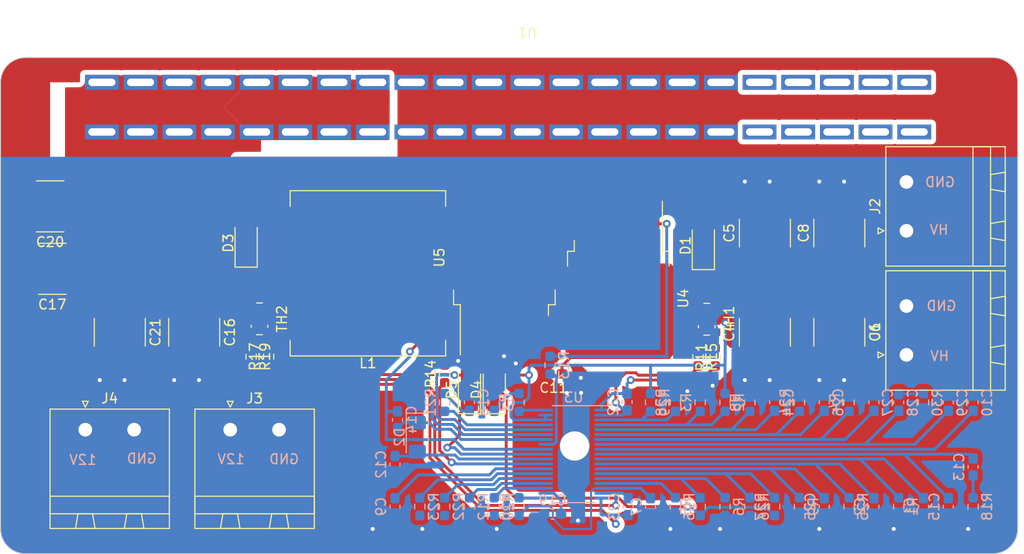
<source format=kicad_pcb>
(kicad_pcb (version 20221018) (generator pcbnew)
  (layers (0 "F.Cu" signal) (31 "B.Cu" signal) (34 "B.Paste" user) (35 "F.Paste" user) (36 "B.SilkS" user "B.Silkscreen") (37 "F.SilkS" user "F.Silkscreen") (38 "B.Mask" user) (39 "F.Mask" user) (44 "Edge.Cuts" user))
  (net 0 "")
  (net 1 "/boost/ISET1P")
  (net 2 "GND")
  (net 3 "/boost/ISET2P")
  (net 4 "Net-(C3-Pad1)")
  (net 5 "/boost/BOOST_OUTPUT")
  (net 6 "/boost/ISHARE")
  (net 7 "/boost/TMR")
  (net 8 "/boost/SS")
  (net 9 "/boost/POST_RSNS1")
  (net 10 "/boost/DRVCC")
  (net 11 "/boost/VC2")
  (net 12 "Net-(C13-Pad2)")
  (net 13 "/boost/BST")
  (net 14 "/boost/SW")
  (net 15 "Net-(C18-Pad1)")
  (net 16 "/boost/INTVCC")
  (net 17 "/boost/PRE_RSNS2")
  (net 18 "/boost/FB1")
  (net 19 "/boost/ISET2N")
  (net 20 "/boost/UV2")
  (net 21 "/boost/DG1")
  (net 22 "/boost/IMON1")
  (net 23 "/boost/IMON2")
  (net 24 "/boost/IGND")
  (net 25 "/boost/SNS1P")
  (net 26 "Net-(R11-Pad2)")
  (net 27 "/boost/SYNC")
  (net 28 "/boost/TG")
  (net 29 "Net-(R13-Pad2)")
  (net 30 "/boost/BG")
  (net 31 "Net-(R14-Pad2)")
  (net 32 "Net-(R15-Pad1)")
  (net 33 "/boost/SNS1N")
  (net 34 "/boost/RT")
  (net 35 "/boost/SNS2P")
  (net 36 "/boost/SNS2N")
  (net 38 "/boost/DRXN")
  (net 39 "/boost/DG2")
  (net 41 "/boost/~FAULT")
  (net 43 "/boost/~REPORT")
  (net 44 "/boost/ISET1N")
  (net 45 "/boost/FB2")
  (net 46 "/boost/UV1")
  (net 47 "/boost/VC1")
  (net 48 "/boost/BIAS")
  (net 49 "/boost/ENABLE")
  (net 50 "Net-(C28-Pad2)")
  (net 51 "Net-(R17-Pad2)")
  (net 52 "Net-(R19-Pad1)")
  (net 54 "/HP_COM_33_ENABLE")
  (net 56 "/HP_COM_36_PRESENT")
  (net 58 "+12P")
  (footprint "Capacitor_SMD:C_2220_5650Metric_Pad1.97x5.40mm_HandSolder" (layer "F.Cu") (at 101.111 23.047 90)
    (fp_text reference "C8")
    (fp_text value "C")
  )
  (footprint "Package_TO_SOT_SMD:TO-263-6" (layer "F.Cu") (at 78.486 29.742 -90)
    (fp_text reference "U4")
    (fp_text value "~")
  )
  (footprint "Resistor_SMD:R_0603_1608Metric_Pad0.98x0.95mm_HandSolder" (layer "F.Cu") (at 88.411 35.747 90)
    (fp_text reference "R11")
    (fp_text value "R")
  )
  (footprint "Resistor_SMD:R_Shunt_Vishay_WSKW0612" (layer "F.Cu") (at 41.751329 31.830911 -90)
    (fp_text reference "TH2")
    (fp_text value "Thermistor_PTC_4Wire")
  )
  (footprint "Package_TO_SOT_SMD:TO-263-6" (layer "F.Cu") (at 66.821 25.557 90)
    (fp_text reference "U5")
    (fp_text value "~")
  )
  (footprint "Resistor_SMD:R_0603_1608Metric_Pad0.98x0.95mm_HandSolder" (layer "F.Cu") (at 86.641 35.747 -90)
    (fp_text reference "R15")
    (fp_text value "R")
  )
  (footprint "Resistor_SMD:R_Shunt_Vishay_WSKW0612" (layer "F.Cu") (at 87.534 31.873 -90)
    (fp_text reference "TH1")
    (fp_text value "Thermistor_PTC_4Wire")
  )
  (footprint "Diode_SMD:D_1206_3216Metric_Pad1.42x1.75mm_HandSolder" (layer "F.Cu") (at 87.189367 24.332815 90)
    (fp_text reference "D1")
    (fp_text value "D_TVS")
  )
  (footprint "Capacitor_SMD:C_2220_5650Metric_Pad1.97x5.40mm_HandSolder" (layer "F.Cu") (at 93.491 23.047 90)
    (fp_text reference "C5")
    (fp_text value "C")
  )
  (footprint "Resistor_SMD:R_0603_1608Metric_Pad0.98x0.95mm_HandSolder" (layer "F.Cu") (at 60.706 37.465 90)
    (fp_text reference "R14")
    (fp_text value "R")
  )
  (footprint "Diode_SMD:D_1206_3216Metric_Pad1.42x1.75mm_HandSolder" (layer "F.Cu") (at 65.786 39.0795 90)
    (fp_text reference "D4")
    (fp_text value "D_Schottky")
  )
  (footprint "Capacitor_SMD:C_0603_1608Metric_Pad1.08x0.95mm_HandSolder" (layer "F.Cu") (at 71.8555 37.465 180)
    (fp_text reference "C11")
    (fp_text value "C")
  )
  (footprint "Capacitor_SMD:C_2220_5650Metric_Pad1.97x5.40mm_HandSolder" (layer "F.Cu") (at 20.32 20.32 180)
    (fp_text reference "C20")
    (fp_text value "C")
  )
  (footprint "AudioJacks:50-44A-30" (layer "F.Cu") (at 108.78 2.54 180)
    (fp_text reference "U1")
    (fp_text value "~")
  )
  (footprint "Diode_SMD:D_1206_3216Metric_Pad1.42x1.75mm_HandSolder" (layer "F.Cu") (at 63.246 39.0795 90)
    (fp_text reference "D5")
    (fp_text value "D_Schottky")
  )
  (footprint "Inductor_SMD:L_Coilcraft_XAL1580-102" (layer "F.Cu") (at 52.851 27.172 180)
    (fp_text reference "L1")
    (fp_text value "L")
  )
  (footprint "Connector_Phoenix_MSTB:PhoenixContact_MSTBA_2,5_2-G_1x02_P5.00mm_Horizontal" (layer "F.Cu") (at 107.9825 22.82 90)
    (fp_text reference "J2")
    (fp_text value "Conn_01x02_Socket")
  )
  (footprint "Connector_Phoenix_MSTB:PhoenixContact_MSTBA_2,5_2-G_1x02_P5.00mm_Horizontal" (layer "F.Cu") (at 107.9825 35.52 90)
    (fp_text reference "J1")
    (fp_text value "Conn_01x02_Socket")
  )
  (footprint "Capacitor_SMD:C_2220_5650Metric_Pad1.97x5.40mm_HandSolder" (layer "F.Cu") (at 27.451 33.207 -90)
    (fp_text reference "C21")
    (fp_text value "C")
  )
  (footprint "Capacitor_SMD:C_2220_5650Metric_Pad1.97x5.40mm_HandSolder" (layer "F.Cu") (at 93.491 33.207 90)
    (fp_text reference "C4")
    (fp_text value "C")
  )
  (footprint "Capacitor_SMD:C_2220_5650Metric_Pad1.97x5.40mm_HandSolder" (layer "F.Cu") (at 20.536814 26.710166 180)
    (fp_text reference "C17")
    (fp_text value "C")
  )
  (footprint "Resistor_SMD:R_0603_1608Metric_Pad0.98x0.95mm_HandSolder" (layer "F.Cu") (at 42.691 35.7045 90)
    (fp_text reference "R17")
    (fp_text value "R")
  )
  (footprint "Connector_Phoenix_MSTB:PhoenixContact_MSTBA_2,5_2-G_1x02_P5.00mm_Horizontal" (layer "F.Cu") (at 23.920869 43.18)
    (fp_text reference "J4")
    (fp_text value "Conn_01x02_Socket")
  )
  (footprint "Capacitor_SMD:C_2220_5650Metric_Pad1.97x5.40mm_HandSolder" (layer "F.Cu") (at 35.071 33.207 -90)
    (fp_text reference "C16")
    (fp_text value "C")
  )
  (footprint "Resistor_SMD:R_0603_1608Metric_Pad0.98x0.95mm_HandSolder" (layer "F.Cu") (at 40.899023 35.7045 -90)
    (fp_text reference "R19")
    (fp_text value "R")
  )
  (footprint "Diode_SMD:D_1206_3216Metric_Pad1.42x1.75mm_HandSolder" (layer "F.Cu") (at 40.386 24.078021 90)
    (fp_text reference "D3")
    (fp_text value "D_TVS")
  )
  (footprint "Connector_Phoenix_MSTB:PhoenixContact_MSTBA_2,5_2-G_1x02_P5.00mm_Horizontal" (layer "F.Cu") (at 38.755899 43.18)
    (fp_text reference "J3")
    (fp_text value "Conn_01x02_Socket")
  )
  (footprint "Capacitor_SMD:C_2220_5650Metric_Pad1.97x5.40mm_HandSolder" (layer "F.Cu") (at 101.111 33.207 -90)
    (fp_text reference "C6")
    (fp_text value "C")
  )
  (footprint "Diode_SMD:D_1206_3216Metric_Pad1.42x1.75mm_HandSolder" (layer "B.Cu") (at 57.912 43.942 -90)
    (fp_text reference "D2")
    (fp_text value "D")
  )
  (footprint "Resistor_SMD:R_0603_1608Metric_Pad0.98x0.95mm_HandSolder" (layer "B.Cu") (at 97.028 40.386 -90)
    (fp_text reference "R24")
    (fp_text value "R")
  )
  (footprint "Capacitor_SMD:C_0603_1608Metric_Pad1.08x0.95mm_HandSolder" (layer "B.Cu") (at 55.626 51.054 -90)
    (fp_text reference "C9")
    (fp_text value "C")
  )
  (footprint "Capacitor_SMD:C_0603_1608Metric_Pad1.08x0.95mm_HandSolder" (layer "B.Cu") (at 94.488 40.386 90)
    (fp_text reference "C24")
    (fp_text value "C")
  )
  (footprint "Capacitor_SMD:C_0603_1608Metric_Pad1.08x0.95mm_HandSolder" (layer "B.Cu") (at 104.648 51.054 -90)
    (fp_text reference "C2")
    (fp_text value "C")
  )
  (footprint "Capacitor_SMD:C_0603_1608Metric_Pad1.08x0.95mm_HandSolder" (layer "B.Cu") (at 79.502 51.054 -90)
    (fp_text reference "C23")
    (fp_text value "C")
  )
  (footprint "Capacitor_SMD:C_0603_1608Metric_Pad1.08x0.95mm_HandSolder" (layer "B.Cu") (at 99.568 51.054 -90)
    (fp_text reference "C25")
    (fp_text value "C")
  )
  (footprint "Capacitor_SMD:C_0603_1608Metric_Pad1.08x0.95mm_HandSolder" (layer "B.Cu") (at 112.268 51.054 -90)
    (fp_text reference "C15")
    (fp_text value "C")
  )
  (footprint "Resistor_SMD:R_0603_1608Metric_Pad0.98x0.95mm_HandSolder" (layer "B.Cu") (at 65.786 51.054 90)
    (fp_text reference "R20")
    (fp_text value "R")
  )
  (footprint "Resistor_SMD:R_0603_1608Metric_Pad0.98x0.95mm_HandSolder" (layer "B.Cu") (at 60.706 40.386 -90)
    (fp_text reference "R21")
    (fp_text value "R")
  )
  (footprint "Resistor_SMD:R_0603_1608Metric_Pad0.98x0.95mm_HandSolder" (layer "B.Cu") (at 81.788 40.386 90)
    (fp_text reference "R29")
    (fp_text value "R")
  )
  (footprint "Capacitor_SMD:C_0603_1608Metric_Pad1.08x0.95mm_HandSolder" (layer "B.Cu") (at 99.568 40.386 90)
    (fp_text reference "C26")
    (fp_text value "C")
  )
  (footprint "Capacitor_SMD:C_0603_1608Metric_Pad1.08x0.95mm_HandSolder" (layer "B.Cu") (at 65.786 40.386 90)
    (fp_text reference "C3")
    (fp_text value "1n")
  )
  (footprint "Resistor_SMD:R_0603_1608Metric_Pad0.98x0.95mm_HandSolder" (layer "B.Cu") (at 102.108 51.054 90)
    (fp_text reference "R25")
    (fp_text value "R")
  )
  (footprint "Capacitor_SMD:C_0603_1608Metric_Pad1.08x0.95mm_HandSolder" (layer "B.Cu") (at 71.755 51.816 180)
    (fp_text reference "C19")
    (fp_text value "C")
  )
  (footprint "Capacitor_SMD:C_0603_1608Metric_Pad1.08x0.95mm_HandSolder" (layer "B.Cu") (at 107.188 40.386 90)
    (fp_text reference "C28")
    (fp_text value "C")
  )
  (footprint "Resistor_SMD:R_0603_1608Metric_Pad0.98x0.95mm_HandSolder" (layer "B.Cu") (at 97.028 51.054 90)
    (fp_text reference "R9")
    (fp_text value "R")
  )
  (footprint "Resistor_SMD:R_0603_1608Metric_Pad0.98x0.95mm_HandSolder" (layer "B.Cu") (at 109.728 40.386 90)
    (fp_text reference "R30")
    (fp_text value "R")
  )
  (footprint "Resistor_SMD:R_0603_1608Metric_Pad0.98x0.95mm_HandSolder" (layer "B.Cu") (at 91.948 40.386 -90)
    (fp_text reference "R8")
    (fp_text value "R")
  )
  (footprint "Capacitor_SMD:C_0603_1608Metric_Pad1.08x0.95mm_HandSolder" (layer "B.Cu") (at 109.728 51.054 -90)
    (fp_text reference "C1")
    (fp_text value "C")
  )
  (footprint "Resistor_SMD:R_0603_1608Metric_Pad0.98x0.95mm_HandSolder" (layer "B.Cu") (at 84.328 51.054 90)
    (fp_text reference "R16")
    (fp_text value "R")
  )
  (footprint "Resistor_SMD:R_0603_1608Metric_Pad0.98x0.95mm_HandSolder" (layer "B.Cu") (at 89.408 51.054 90)
    (fp_text reference "R6")
    (fp_text value "R")
  )
  (footprint "Resistor_SMD:R_0603_1608Metric_Pad0.98x0.95mm_HandSolder" (layer "B.Cu") (at 114.808 51.054 90)
    (fp_text reference "R18")
    (fp_text value "R")
  )
  (footprint "Capacitor_SMD:C_0603_1608Metric_Pad1.08x0.95mm_HandSolder" (layer "B.Cu") (at 114.808 40.386 90)
    (fp_text reference "C10")
    (fp_text value "C")
  )
  (footprint "Package_SO:TSSOP-38_4.4x9.7mm_P0.5mm" (layer "B.Cu") (at 73.914 45.68 180)
    (fp_text reference "U3")
    (fp_text value "~")
  )
  (footprint "Resistor_SMD:R_0603_1608Metric_Pad0.98x0.95mm_HandSolder" (layer "B.Cu") (at 91.948 51.054 90)
    (fp_text reference "R26")
    (fp_text value "R")
  )
  (footprint "Resistor_SMD:R_0603_1608Metric_Pad0.98x0.95mm_HandSolder" (layer "B.Cu") (at 107.188 51.054 90)
    (fp_text reference "R1")
    (fp_text value "R")
  )
  (footprint "Resistor_SMD:R_0603_1608Metric_Pad0.98x0.95mm_HandSolder" (layer "B.Cu") (at 86.868 51.054 -90)
    (fp_text reference "R5")
    (fp_text value "R")
  )
  (footprint "Resistor_SMD:R_0603_1608Metric_Pad0.98x0.95mm_HandSolder" (layer "B.Cu") (at 68.326 51.054 -90)
    (fp_text reference "R10")
    (fp_text value "R")
  )
  (footprint "Capacitor_SMD:C_0603_1608Metric_Pad1.08x0.95mm_HandSolder" (layer "B.Cu") (at 112.268 40.386 90)
    (fp_text reference "C29")
    (fp_text value "C")
  )
  (footprint "Capacitor_SMD:C_0603_1608Metric_Pad1.08x0.95mm_HandSolder" (layer "B.Cu") (at 55.626 46.736 -90)
    (fp_text reference "C12")
    (fp_text value "C")
  )
  (footprint "Resistor_SMD:R_0603_1608Metric_Pad0.98x0.95mm_HandSolder" (layer "B.Cu") (at 84.328 40.386 -90)
    (fp_text reference "R28")
    (fp_text value "R")
  )
  (footprint "Capacitor_SMD:C_0603_1608Metric_Pad1.08x0.95mm_HandSolder" (layer "B.Cu") (at 81.788 51.054 -90)
    (fp_text reference "C7")
    (fp_text value "C")
  )
  (footprint "Resistor_SMD:R_0603_1608Metric_Pad0.98x0.95mm_HandSolder" (layer "B.Cu") (at 102.108 40.386 -90)
    (fp_text reference "R4")
    (fp_text value "R")
  )
  (footprint "Capacitor_SMD:C_0603_1608Metric_Pad1.08x0.95mm_HandSolder" (layer "B.Cu") (at 104.648 40.386 90)
    (fp_text reference "C27")
    (fp_text value "C")
  )
  (footprint "Resistor_SMD:R_0603_1608Metric_Pad0.98x0.95mm_HandSolder" (layer "B.Cu") (at 68.326 40.386 -90)
    (fp_text reference "R7")
    (fp_text value "10k")
  )
  (footprint "Capacitor_SMD:C_0603_1608Metric_Pad1.08x0.95mm_HandSolder" (layer "B.Cu") (at 79.383207 40.342543 -90)
    (fp_text reference "C22")
    (fp_text value "C")
  )
  (footprint "Resistor_SMD:R_0603_1608Metric_Pad0.98x0.95mm_HandSolder" (layer "B.Cu") (at 60.706 51.054 90)
    (fp_text reference "R22")
    (fp_text value "R")
  )
  (footprint "Resistor_SMD:R_0603_1608Metric_Pad0.98x0.95mm_HandSolder" (layer "B.Cu") (at 94.488 51.054 -90)
    (fp_text reference "R27")
    (fp_text value "R")
  )
  (footprint "Resistor_SMD:R_0603_1608Metric_Pad0.98x0.95mm_HandSolder" (layer "B.Cu") (at 58.166 51.054 90)
    (fp_text reference "R23")
    (fp_text value "R")
  )
  (footprint "Resistor_SMD:R_0603_1608Metric_Pad0.98x0.95mm_HandSolder" (layer "B.Cu") (at 71.501 36.576 90)
    (fp_text reference "R13")
    (fp_text value "R")
  )
  (footprint "Capacitor_SMD:C_0603_1608Metric_Pad1.08x0.95mm_HandSolder" (layer "B.Cu") (at 114.808 46.99 -90)
    (fp_text reference "C13")
    (fp_text value "C")
  )
  (footprint "Capacitor_SMD:C_0603_1608Metric_Pad1.08x0.95mm_HandSolder" (layer "B.Cu") (at 63.246 40.386 90)
    (fp_text reference "C18")
    (fp_text value "C")
  )
  (footprint "Resistor_SMD:R_0603_1608Metric_Pad0.98x0.95mm_HandSolder" (layer "B.Cu") (at 63.246 51.054 90)
    (fp_text reference "R12")
    (fp_text value "R")
  )
  (footprint "Capacitor_SMD:C_0603_1608Metric_Pad1.08x0.95mm_HandSolder" (layer "B.Cu") (at 55.88 42.164 90)
    (fp_text reference "C14")
    (fp_text value "C")
  )
  (footprint "Resistor_SMD:R_0603_1608Metric_Pad0.98x0.95mm_HandSolder" (layer "B.Cu") (at 86.868 40.386 -90)
    (fp_text reference "R3")
    (fp_text value "R")
  )
  (footprint "Resistor_SMD:R_0603_1608Metric_Pad0.98x0.95mm_HandSolder" (layer "B.Cu") (at 89.408 40.386 90)
    (fp_text reference "R2")
    (fp_text value "R")
  )
  (gr_line (start 15.24 53.34) (end 15.24 7.62) (stroke (width 0.1)) (layer "Edge.Cuts"))
  (gr_line (start 17.78 5.08) (end 116.84 5.08) (stroke (width 0.1)) (layer "Edge.Cuts"))
  (gr_line (start 116.84 55.88) (end 17.78 55.88) (stroke (width 0.1)) (layer "Edge.Cuts"))
  (gr_line (start 119.38 7.62) (end 119.38 53.34) (stroke (width 0.1)) (layer "Edge.Cuts"))
  (gr_arc (start 17.78 55.88) (mid 15.983949 55.136051) (end 15.24 53.34) (stroke (width 0.1)) (layer "Edge.Cuts"))
  (gr_arc (start 116.84 5.08) (mid 118.636051 5.823949) (end 119.38 7.62) (stroke (width 0.1)) (layer "Edge.Cuts"))
  (gr_arc (start 15.24 7.62) (mid 15.983949 5.823949) (end 17.78 5.08) (stroke (width 0.1)) (layer "Edge.Cuts"))
  (gr_arc (start 119.38 53.34) (mid 118.636051 55.136051) (end 116.84 55.88) (stroke (width 0.1)) (layer "Edge.Cuts"))
  (gr_text "GND" (at 45.900018 46.782185) (layer "B.SilkS") (effects (font (size 1 1)) (justify left bottom mirror)))
  (gr_text "GND" (at 113.191025 31.089761) (layer "B.SilkS") (effects (font (size 1 1)) (justify left bottom mirror)))
  (gr_text "GND" (at 113.045107 18.4241) (layer "B.SilkS") (effects (font (size 1 1)) (justify left bottom mirror)))
  (gr_text "HV" (at 112.432252 36.226066) (layer "B.SilkS") (effects (font (size 1 1)) (justify left bottom mirror)))
  (gr_text "12V" (at 40.318664 46.782185) (layer "B.SilkS") (effects (font (size 1 1)) (justify left bottom mirror)))
  (gr_text "HV" (at 112.373885 23.297753) (layer "B.SilkS") (effects (font (size 1 1)) (justify left bottom mirror)))
  (gr_text "GND" (at 31.322834 46.716522) (layer "B.SilkS") (effects (font (size 1 1)) (justify left bottom mirror)))
  (gr_text "12V" (at 25.150513 46.847848) (layer "B.SilkS") (effects (font (size 1 1)) (justify left bottom mirror)))
  (segment (start 103.2265 46.18) (end 102.616 46.18) (width 0.3) (layer "B.Cu") (net 1))
  (segment (start 102.616 46.18) (end 76.7765 46.18) (width 0.3) (layer "B.Cu") (net 1))
  (segment (start 107.188 50.1415) (end 103.2265 46.18) (width 0.3) (layer "B.Cu") (net 1))
  (segment (start 109.728 50.1915) (end 105.7165 46.18) (width 0.3) (layer "B.Cu") (net 1))
  (segment (start 105.7165 46.18) (end 102.616 46.18) (width 0.3) (layer "B.Cu") (net 1))
  (segment (start 28.920869 37.314369) (end 27.451 35.8445) (width 2) (layer "F.Cu") (net 2))
  (segment (start 107.9825 17.82) (end 114.26 17.82) (width 2) (layer "F.Cu") (net 2))
  (segment (start 114.3 30.48) (end 114.3 27.94) (width 2) (layer "F.Cu") (net 2))
  (segment (start 114.26 30.52) (end 114.3 30.48) (width 2) (layer "F.Cu") (net 2))
  (segment (start 114.26 17.82) (end 114.3 17.78) (width 2) (layer "F.Cu") (net 2))
  (segment (start 107.9825 30.52) (end 114.26 30.52) (width 2) (layer "F.Cu") (net 2))
  (segment (start 28.920869 43.18) (end 28.920869 37.314369) (width 2) (layer "F.Cu") (net 2))
  (via (at 101.6 17.78) (size 0.8) (drill 0.4) (layers "F.Cu" "B.Cu") (net 2))
  (via (at 53.34 53.34) (size 0.8) (drill 0.4) (layers "F.Cu" "B.Cu") (net 2))
  (via (at 88.139457 38.678012) (size 0.8) (drill 0.4) (layers "F.Cu" "B.Cu") (net 2))
  (via (at 73.213814 39.425034) (size 0.8) (drill 0.4) (layers "F.Cu" "B.Cu") (net 2))
  (via (at 93.98 17.78) (size 0.8) (drill 0.4) (layers "F.Cu" "B.Cu") (net 2))
  (via (at 91.44 38.1) (size 0.8) (drill 0.4) (layers "F.Cu" "B.Cu") (net 2))
  (via (at 66.04 53.34) (size 0.8) (drill 0.4) (layers "F.Cu" "B.Cu") (net 2))
  (via (at 33.02 38.1) (size 0.8) (drill 0.4) (layers "F.Cu" "B.Cu") (net 2))
  (via (at 67.98699 36.396383) (size 0.8) (drill 0.4) (layers "F.Cu" "B.Cu") (net 2))
  (via (at 66.785332 35.651051) (size 0.8) (drill 0.4) (layers "F.Cu" "B.Cu") (net 2))
  (via (at 99.06 53.34) (size 0.8) (drill 0.4) (layers "F.Cu" "B.Cu") (net 2))
  (via (at 83.82 53.34) (size 0.8) (drill 0.4) (layers "F.Cu" "B.Cu") (net 2))
  (via (at 93.98 38.1) (size 0.8) (drill 0.4) (layers "F.Cu" "B.Cu") (net 2))
  (via (at 58.42 53.34) (size 0.8) (drill 0.4) (layers "F.Cu" "B.Cu") (net 2))
  (via (at 74.674057 39.404753) (size 0.8) (drill 0.4) (layers "F.Cu" "B.Cu") (net 2))
  (via (at 74.359699 52.478051) (size 0.8) (drill 0.4) (layers "F.Cu" "B.Cu") (net 2))
  (via (at 101.6 38.1) (size 0.8) (drill 0.4) (layers "F.Cu" "B.Cu") (net 2))
  (via (at 25.4 38.1) (size 0.8) (drill 0.4) (layers "F.Cu" "B.Cu") (net 2))
  (via (at 35.56 38.1) (size 0.8) (drill 0.4) (layers "F.Cu" "B.Cu") (net 2))
  (via (at 91.44 17.78) (size 0.8) (drill 0.4) (layers "F.Cu" "B.Cu") (net 2))
  (via (at 85.55361 39.240814) (size 0.8) (drill 0.4) (layers "F.Cu" "B.Cu") (net 2))
  (via (at 88.9 53.34) (size 0.8) (drill 0.4) (layers "F.Cu" "B.Cu") (net 2))
  (via (at 62.085176 36.137799) (size 0.8) (drill 0.4) (layers "F.Cu" "B.Cu") (net 2))
  (via (at 106.68 53.34) (size 0.8) (drill 0.4) (layers "F.Cu" "B.Cu") (net 2))
  (via (at 27.94 38.1) (size 0.8) (drill 0.4) (layers "F.Cu" "B.Cu") (net 2))
  (via (at 114.3 53.34) (size 0.8) (drill 0.4) (layers "F.Cu" "B.Cu") (net 2))
  (via (at 99.06 17.78) (size 0.8) (drill 0.4) (layers "F.Cu" "B.Cu") (net 2))
  (via (at 99.06 38.1) (size 0.8) (drill 0.4) (layers "F.Cu" "B.Cu") (net 2))
  (via (at 74.647015 37.870147) (size 0.8) (drill 0.4) (layers "F.Cu" "B.Cu") (net 2))
  (via (at 74.01492 44.84791) (size 3.2) (drill 3) (layers "F.Cu" "B.Cu") (net 2))
  (segment (start 74.359699 52.478051) (end 74.01492 52.133272) (width 0.3) (layer "B.Cu") (net 2))
  (segment (start 74.01492 52.133272) (end 74.01492 44.84791) (width 0.3) (layer "B.Cu") (net 2))
  (segment (start 98.6465 46.68) (end 97.028 46.68) (width 0.3) (layer "B.Cu") (net 3))
  (segment (start 101.1365 46.68) (end 97.028 46.68) (width 0.3) (layer "B.Cu") (net 3))
  (segment (start 102.108 50.1415) (end 98.6465 46.68) (width 0.3) (layer "B.Cu") (net 3))
  (segment (start 104.648 50.1915) (end 101.1365 46.68) (width 0.3) (layer "B.Cu") (net 3))
  (segment (start 97.028 46.68) (end 76.7765 46.68) (width 0.3) (layer "B.Cu") (net 3))
  (segment (start 65.786 41.2485) (end 65.786 41.148) (width 0.3) (layer "B.Cu") (net 4))
  (segment (start 65.786 41.148) (end 67.4605 39.4735) (width 0.3) (layer "B.Cu") (net 4))
  (segment (start 67.4605 39.4735) (end 68.326 39.4735) (width 0.3) (layer "B.Cu") (net 4))
  (segment (start 106.0615 35.52) (end 101.111 30.5695) (width 2) (layer "F.Cu") (net 5))
  (segment (start 89.467872 32.242556) (end 89.360556 32.242556) (width 0.3) (layer "F.Cu") (net 5))
  (segment (start 101.111 25.6845) (end 105.118 25.6845) (width 2) (layer "F.Cu") (net 5))
  (segment (start 107.9825 35.52) (end 106.0615 35.52) (width 2) (layer "F.Cu") (net 5))
  (segment (start 105.118 25.6845) (end 107.9825 22.82) (width 2) (layer "F.Cu") (net 5))
  (segment (start 69.342 37.592) (end 65.786 37.592) (width 0.3) (layer "F.Cu") (net 5))
  (segment (start 89.360556 32.242556) (end 88.419 31.301) (width 0.3) (layer "F.Cu") (net 5))
  (via (at 69.342 37.592) (size 0.8) (drill 0.4) (layers "F.Cu" "B.Cu") (net 5))
  (via (at 89.467872 32.242556) (size 0.8) (drill 0.4) (layers "F.Cu" "B.Cu") (net 5))
  (segment (start 71.0515 42.18) (end 67.818 42.18) (width 0.3) (layer "B.Cu") (net 5))
  (segment (start 69.342 36.83) (end 69.596 36.576) (width 0.3) (layer "B.Cu") (net 5))
  (segment (start 67.92015 40.386) (end 68.834 40.386) (width 0.3) (layer "B.Cu") (net 5))
  (segment (start 67.501 40.80515) (end 67.92015 40.386) (width 0.3) (layer "B.Cu") (net 5))
  (segment (start 67.818 42.18) (end 67.501 41.863) (width 0.3) (layer "B.Cu") (net 5))
  (segment (start 68.834 40.386) (end 69.342 39.878) (width 0.3) (layer "B.Cu") (net 5))
  (segment (start 67.501 41.863) (end 67.501 40.80515) (width 0.3) (layer "B.Cu") (net 5))
  (segment (start 81.788 36.576) (end 89.408 36.576) (width 0.3) (layer "B.Cu") (net 5))
  (segment (start 69.342 37.592) (end 69.342 36.83) (width 0.3) (layer "B.Cu") (net 5))
  (segment (start 89.408 36.576) (end 89.467872 32.242556) (width 0.3) (layer "B.Cu") (net 5))
  (segment (start 89.467872 32.242556) (end 89.408 32.258) (width 0.3) (layer "B.Cu") (net 5))
  (segment (start 69.596 36.576) (end 81.788 36.576) (width 0.3) (layer "B.Cu") (net 5))
  (segment (start 69.342 39.878) (end 69.342 37.592) (width 0.3) (layer "B.Cu") (net 5))
  (segment (start 71.0515 41.68) (end 71.0515 42.18) (width 0.3) (layer "B.Cu") (net 5))
  (segment (start 89.408 36.576) (end 89.408 39.4735) (width 0.3) (layer "B.Cu") (net 5))
  (segment (start 81.788 36.576) (end 81.788 39.4735) (width 0.3) (layer "B.Cu") (net 5))
  (segment (start 72.84386 53.34) (end 75.692 53.34) (width 0.2) (layer "B.Cu") (net 6))
  (segment (start 71.12 50.991) (end 71.43585 50.991) (width 0.3) (layer "B.Cu") (net 6))
  (segment (start 76.00867 49.18) (end 76.7765 49.18) (width 0.2) (layer "B.Cu") (net 6))
  (segment (start 69.3015 50.991) (end 71.12 50.991) (width 0.3) (layer "B.Cu") (net 6))
  (segment (start 75.692 53.34) (end 75.692 49.49667) (width 0.2) (layer "B.Cu") (net 6))
  (segment (start 80.7765 49.18) (end 81.788 50.1915) (width 0.3) (layer "B.Cu") (net 6))
  (segment (start 71.43585 50.991) (end 71.790355 51.345505) (width 0.2) (layer "B.Cu") (net 6))
  (segment (start 71.78 51.35586) (end 71.78 52.27614) (width 0.2) (layer "B.Cu") (net 6))
  (segment (start 75.692 49.49667) (end 76.00867 49.18) (width 0.2) (layer "B.Cu") (net 6))
  (segment (start 71.790355 51.345505) (end 71.78 51.35586) (width 0.2) (layer "B.Cu") (net 6))
  (segment (start 68.326 51.9665) (end 69.3015 50.991) (width 0.3) (layer "B.Cu") (net 6))
  (segment (start 71.78 52.27614) (end 72.84386 53.34) (width 0.2) (layer "B.Cu") (net 6))
  (segment (start 76.7765 49.18) (end 80.7765 49.18) (width 0.3) (layer "B.Cu") (net 6))
  (segment (start 71.0515 47.18) (end 65.919076 47.18) (width 0.3) (layer "B.Cu") (net 7))
  (segment (start 58.0135 47.804) (end 55.626 50.1915) (width 0.3) (layer "B.Cu") (net 7))
  (segment (start 65.919076 47.18) (end 65.295076 47.804) (width 0.3) (layer "B.Cu") (net 7))
  (segment (start 65.295076 47.804) (end 58.0135 47.804) (width 0.3) (layer "B.Cu") (net 7))
  (segment (start 76.7765 45.18) (end 110.8765 45.18) (width 0.3) (layer "B.Cu") (net 8))
  (segment (start 110.8765 45.18) (end 114.808 41.2485) (width 0.3) (layer "B.Cu") (net 8))
  (segment (start 72.718 36.66) (end 75.711 33.667) (width 0.3) (layer "F.Cu") (net 9))
  (segment (start 72.718 37.465) (end 72.718 36.66) (width 0.3) (layer "F.Cu") (net 9))
  (segment (start 58.255704 45.773204) (end 57.912 45.4295) (width 0.3) (layer "B.Cu") (net 10))
  (segment (start 71.0515 46.18) (end 62.172957 46.18) (width 0.3) (layer "B.Cu") (net 10))
  (segment (start 61.766161 45.773204) (end 58.255704 45.773204) (width 0.3) (layer "B.Cu") (net 10))
  (segment (start 57.468 45.8735) (end 57.912 45.4295) (width 0.3) (layer "B.Cu") (net 10))
  (segment (start 55.626 45.8735) (end 57.468 45.8735) (width 0.3) (layer "B.Cu") (net 10))
  (segment (start 62.172957 46.18) (end 61.766161 45.773204) (width 0.3) (layer "B.Cu") (net 10))
  (segment (start 107.7565 45.68) (end 76.7765 45.68) (width 0.3) (layer "B.Cu") (net 11))
  (segment (start 114.3605 45.68) (end 114.808 46.1275) (width 0.3) (layer "B.Cu") (net 11))
  (segment (start 112.268 50.1915) (end 107.7565 45.68) (width 0.3) (layer "B.Cu") (net 11))
  (segment (start 107.7565 45.68) (end 114.3605 45.68) (width 0.3) (layer "B.Cu") (net 11))
  (segment (start 114.808 47.8525) (end 114.808 50.1415) (width 0.3) (layer "B.Cu") (net 12))
  (segment (start 59.810938 43.136) (end 59.129438 42.4545) (width 0.3) (layer "B.Cu") (net 13))
  (segment (start 59.129438 42.4545) (end 57.912 42.4545) (width 0.3) (layer "B.Cu") (net 13))
  (segment (start 71.0515 44.18) (end 62.378682 44.18) (width 0.3) (layer "B.Cu") (net 13))
  (segment (start 61.334682 43.136) (end 59.810938 43.136) (width 0.3) (layer "B.Cu") (net 13))
  (segment (start 57.912 42.4545) (end 56.452 42.4545) (width 0.3) (layer "B.Cu") (net 13))
  (segment (start 62.378682 44.18) (end 61.334682 43.136) (width 0.3) (layer "B.Cu") (net 13))
  (segment (start 56.452 42.4545) (end 55.88 43.0265) (width 0.3) (layer "B.Cu") (net 13))
  (segment (start 57.15 35.179) (end 58.151 34.178) (width 0.3) (layer "F.Cu") (net 14))
  (segment (start 58.151 34.178) (end 58.151 27.172) (width 0.3) (layer "F.Cu") (net 14))
  (via (at 57.15 35.179) (size 0.8) (drill 0.4) (layers "F.Cu" "B.Cu") (net 14))
  (segment (start 54.737 38.1) (end 54.737 41.529) (width 0.3) (layer "B.Cu") (net 14))
  (segment (start 57.15 35.179) (end 57.15 35.687) (width 0.3) (layer "B.Cu") (net 14))
  (segment (start 54.737 44.196) (end 54.737 41.529) (width 0.3) (layer "B.Cu") (net 14))
  (segment (start 57.15 35.687) (end 54.737 38.1) (width 0.3) (layer "B.Cu") (net 14))
  (segment (start 61.687576 44.196) (end 54.737 44.196) (width 0.3) (layer "B.Cu") (net 14))
  (segment (start 71.0515 45.18) (end 62.671576 45.18) (width 0.3) (layer "B.Cu") (net 14))
  (segment (start 62.671576 45.18) (end 61.687576 44.196) (width 0.3) (layer "B.Cu") (net 14))
  (segment (start 55.88 41.3015) (end 54.9645 41.3015) (width 0.3) (layer "B.Cu") (net 14))
  (segment (start 54.9645 41.3015) (end 54.737 41.529) (width 0.3) (layer "B.Cu") (net 14))
  (segment (start 62.481 41.2485) (end 60.706 39.4735) (width 0.3) (layer "B.Cu") (net 15))
  (segment (start 63.246 41.2485) (end 62.481 41.2485) (width 0.3) (layer "B.Cu") (net 15))
  (segment (start 72.6175 50.407459) (end 71.890041 49.68) (width 0.3) (layer "B.Cu") (net 16))
  (segment (start 72.6175 51.816) (end 72.6175 50.407459) (width 0.3) (layer "B.Cu") (net 16))
  (segment (start 71.890041 49.68) (end 71.0515 49.68) (width 0.3) (layer "B.Cu") (net 16))
  (segment (start 88.0265 42.68) (end 89.408 41.2985) (width 0.3) (layer "B.Cu") (net 18))
  (segment (start 85.4865 42.68) (end 88.0265 42.68) (width 0.3) (layer "B.Cu") (net 18))
  (segment (start 85.4865 42.68) (end 86.868 41.2985) (width 0.3) (layer "B.Cu") (net 18))
  (segment (start 85.4865 42.68) (end 76.7765 42.68) (width 0.3) (layer "B.Cu") (net 18))
  (segment (start 98.806 44.18) (end 99.2265 44.18) (width 0.3) (layer "B.Cu") (net 19))
  (segment (start 101.7165 44.18) (end 104.648 41.2485) (width 0.3) (layer "B.Cu") (net 19))
  (segment (start 98.806 44.18) (end 101.7165 44.18) (width 0.3) (layer "B.Cu") (net 19))
  (segment (start 99.2265 44.18) (end 102.108 41.2985) (width 0.3) (layer "B.Cu") (net 19))
  (segment (start 98.806 44.18) (end 76.7765 44.18) (width 0.3) (layer "B.Cu") (net 19))
  (segment (start 84.9065 48.18) (end 87.4465 48.18) (width 0.3) (layer "B.Cu") (net 20))
  (segment (start 84.9065 48.18) (end 86.868 50.1415) (width 0.3) (layer "B.Cu") (net 20))
  (segment (start 87.4465 48.18) (end 89.408 50.1415) (width 0.3) (layer "B.Cu") (net 20))
  (segment (start 76.7765 48.18) (end 84.9065 48.18) (width 0.3) (layer "B.Cu") (net 20))
  (segment (start 68.4445 41.18) (end 68.326 41.2985) (width 0.3) (layer "B.Cu") (net 21))
  (segment (start 71.0515 41.18) (end 68.4445 41.18) (width 0.3) (layer "B.Cu") (net 21))
  (segment (start 88.646 43.18) (end 90.0665 43.18) (width 0.3) (layer "B.Cu") (net 22))
  (segment (start 90.0665 43.18) (end 91.948 41.2985) (width 0.3) (layer "B.Cu") (net 22))
  (segment (start 88.646 43.18) (end 76.7765 43.18) (width 0.3) (layer "B.Cu") (net 22))
  (segment (start 92.5565 43.18) (end 94.488 41.2485) (width 0.3) (layer "B.Cu") (net 22))
  (segment (start 88.646 43.18) (end 92.5565 43.18) (width 0.3) (layer "B.Cu") (net 22))
  (segment (start 94.0665 47.18) (end 93.218 47.18) (width 0.3) (layer "B.Cu") (net 23))
  (segment (start 93.218 47.18) (end 76.7765 47.18) (width 0.3) (layer "B.Cu") (net 23))
  (segment (start 97.028 50.1415) (end 94.0665 47.18) (width 0.3) (layer "B.Cu") (net 23))
  (segment (start 99.568 50.1915) (end 96.5565 47.18) (width 0.3) (layer "B.Cu") (net 23))
  (segment (start 96.5565 47.18) (end 93.218 47.18) (width 0.3) (layer "B.Cu") (net 23))
  (segment (start 68.3645 50.18) (end 68.326 50.1415) (width 0.3) (layer "B.Cu") (net 24))
  (segment (start 71.0515 50.18) (end 68.3645 50.18) (width 0.3) (layer "B.Cu") (net 24))
  (segment (start 88.411 36.6595) (end 86.9705 38.1) (width 0.3) (layer "F.Cu") (net 25))
  (segment (start 86.9705 38.1) (end 79.756 38.1) (width 0.3) (layer "F.Cu") (net 25))
  (segment (start 79.756 38.1) (end 79.502 38.1) (width 0.3) (layer "F.Cu") (net 25))
  (via (at 79.756 38.1) (size 0.8) (drill 0.4) (layers "F.Cu" "B.Cu") (net 25))
  (segment (start 79.383207 38.472793) (end 79.756 38.1) (width 0.3) (layer "B.Cu") (net 25))
  (segment (start 79.383207 39.480043) (end 79.383207 38.472793) (width 0.3) (layer "B.Cu") (net 25))
  (segment (start 76.7765 41.18) (end 76.7765 40.5715) (width 0.3) (layer "B.Cu") (net 25))
  (segment (start 76.7765 40.5715) (end 77.867957 39.480043) (width 0.3) (layer "B.Cu") (net 25))
  (segment (start 77.867957 39.480043) (end 79.383207 39.480043) (width 0.3) (layer "B.Cu") (net 25))
  (segment (start 88.419 34.8265) (end 88.411 34.8345) (width 0.3) (layer "F.Cu") (net 26))
  (segment (start 88.419 33.207) (end 88.419 34.8265) (width 0.3) (layer "F.Cu") (net 26))
  (segment (start 71.0515 48.68) (end 66.540394 48.68) (width 0.3) (layer "B.Cu") (net 27))
  (segment (start 66.540394 48.68) (end 65.916394 49.304) (width 0.3) (layer "B.Cu") (net 27))
  (segment (start 64.0835 49.304) (end 63.246 50.1415) (width 0.3) (layer "B.Cu") (net 27))
  (segment (start 65.916394 49.304) (end 64.0835 49.304) (width 0.3) (layer "B.Cu") (net 27))
  (segment (start 71.890041 44.68) (end 72.139 44.431041) (width 0.3) (layer "B.Cu") (net 28))
  (segment (start 72.139 37.7455) (end 71.882 37.4885) (width 0.3) (layer "B.Cu") (net 28))
  (segment (start 71.0515 44.68) (end 71.890041 44.68) (width 0.3) (layer "B.Cu") (net 28))
  (segment (start 72.139 44.431041) (end 72.139 37.7455) (width 0.3) (layer "B.Cu") (net 28))
  (segment (start 82.302 22.098) (end 82.296 22.092) (width 0.3) (layer "F.Cu") (net 29))
  (segment (start 83.439 22.098) (end 82.302 22.098) (width 0.3) (layer "F.Cu") (net 29))
  (via (at 83.439 22.098) (size 0.8) (drill 0.4) (layers "F.Cu" "B.Cu") (net 29))
  (segment (start 83.439 35.6635) (end 83.439 22.098) (width 0.3) (layer "B.Cu") (net 29))
  (segment (start 71.501 35.6635) (end 83.439 35.6635) (width 0.3) (layer "B.Cu") (net 29))
  (segment (start 60.198 45.29693) (end 60.706 45.80493) (width 0.3) (layer "F.Cu") (net 30))
  (segment (start 60.706 45.80493) (end 60.409535 45.508465) (width 0.3) (layer "F.Cu") (net 30))
  (segment (start 60.706 38.3775) (end 60.198 38.8855) (width 0.3) (layer "F.Cu") (net 30))
  (segment (start 60.706 45.80493) (end 61.423774 46.522704) (width 0.3) (layer "F.Cu") (net 30))
  (segment (start 60.198 38.8855) (end 60.198 45.29693) (width 0.3) (layer "F.Cu") (net 30))
  (via (at 61.423774 46.522704) (size 0.8) (drill 0.4) (layers "F.Cu" "B.Cu") (net 30))
  (segment (start 61.423774 46.522704) (end 61.723768 46.522704) (width 0.3) (layer "B.Cu") (net 30))
  (segment (start 61.723768 46.522704) (end 61.881064 46.68) (width 0.3) (layer "B.Cu") (net 30))
  (segment (start 61.881064 46.68) (end 71.0515 46.68) (width 0.3) (layer "B.Cu") (net 30))
  (segment (start 60.706 36.5525) (end 60.706 35.512) (width 0.3) (layer "F.Cu") (net 31))
  (segment (start 60.706 35.512) (end 63.011 33.207) (width 0.3) (layer "F.Cu") (net 31))
  (segment (start 86.649 34.8265) (end 86.641 34.8345) (width 0.3) (layer "F.Cu") (net 32))
  (segment (start 86.649 33.207) (end 86.649 34.8265) (width 0.3) (layer "F.Cu") (net 32))
  (segment (start 86.641 36.6595) (end 86.641 36.803) (width 0.3) (layer "F.Cu") (net 33))
  (segment (start 86.641 36.803) (end 85.844 37.6) (width 0.3) (layer "F.Cu") (net 33))
  (segment (start 80.518 37.6) (end 80.268 37.35) (width 0.3) (layer "F.Cu") (net 33))
  (segment (start 78.232 40.386) (end 78.232 40.64) (width 0.3) (layer "F.Cu") (net 33))
  (segment (start 80.268 37.35) (end 79.236 37.35) (width 0.3) (layer "F.Cu") (net 33))
  (segment (start 79.236 37.35) (end 78.232 38.354) (width 0.3) (layer "F.Cu") (net 33))
  (segment (start 85.844 37.6) (end 80.518 37.6) (width 0.3) (layer "F.Cu") (net 33))
  (segment (start 78.232 38.354) (end 78.232 40.386) (width 0.3) (layer "F.Cu") (net 33))
  (via (at 78.232 40.386) (size 0.8) (drill 0.4) (layers "F.Cu" "B.Cu") (net 33))
  (segment (start 79.383207 41.205043) (end 78.90825 41.68) (width 0.3) (layer "B.Cu") (net 33))
  (segment (start 79.051043 41.205043) (end 78.232 40.386) (width 0.3) (layer "B.Cu") (net 33))
  (segment (start 79.383207 41.205043) (end 79.051043 41.205043) (width 0.3) (layer "B.Cu") (net 33))
  (segment (start 78.90825 41.68) (end 76.7765 41.68) (width 0.3) (layer "B.Cu") (net 33))
  (segment (start 82.8665 48.68) (end 84.328 50.1415) (width 0.3) (layer "B.Cu") (net 34))
  (segment (start 76.7765 48.68) (end 82.8665 48.68) (width 0.3) (layer "B.Cu") (net 34))
  (segment (start 58.36 38.04) (end 44.114 38.04) (width 0.3) (layer "F.Cu") (net 35))
  (segment (start 59.698 45.857591) (end 59.698 39.378) (width 0.3) (layer "F.Cu") (net 35))
  (segment (start 59.698 39.378) (end 58.36 38.04) (width 0.3) (layer "F.Cu") (net 35))
  (segment (start 64.774179 50.93377) (end 59.698 45.857591) (width 0.3) (layer "F.Cu") (net 35))
  (segment (start 78.229085 50.93377) (end 64.774179 50.93377) (width 0.3) (layer "F.Cu") (net 35))
  (segment (start 44.114 38.04) (end 42.691 36.617) (width 0.3) (layer "F.Cu") (net 35))
  (via (at 78.229085 50.93377) (size 0.8) (drill 0.4) (layers "F.Cu" "B.Cu") (net 35))
  (segment (start 78.232 49.68) (end 78.9905 49.68) (width 0.3) (layer "B.Cu") (net 35))
  (segment (start 76.7765 49.68) (end 78.232 49.68) (width 0.3) (layer "B.Cu") (net 35))
  (segment (start 78.9905 49.68) (end 79.502 50.1915) (width 0.3) (layer "B.Cu") (net 35))
  (segment (start 78.232 49.68) (end 78.232 51.054) (width 0.3) (layer "B.Cu") (net 35))
  (segment (start 59.198 39.585106) (end 59.198 46.064698) (width 0.3) (layer "F.Cu") (net 36))
  (segment (start 40.899023 36.617) (end 41.984576 37.702553) (width 0.3) (layer "F.Cu") (net 36))
  (segment (start 64.567073 51.43377) (end 76.83377 51.43377) (width 0.3) (layer "F.Cu") (net 36))
  (segment (start 76.83377 51.43377) (end 78.232 52.832) (width 0.3) (layer "F.Cu") (net 36))
  (segment (start 59.198 46.064698) (end 64.567073 51.43377) (width 0.3) (layer "F.Cu") (net 36))
  (segment (start 43.069447 37.702553) (end 43.906894 38.54) (width 0.3) (layer "F.Cu") (net 36))
  (segment (start 58.152894 38.54) (end 59.198 39.585106) (width 0.3) (layer "F.Cu") (net 36))
  (segment (start 41.984576 37.702553) (end 43.069447 37.702553) (width 0.3) (layer "F.Cu") (net 36))
  (segment (start 43.906894 38.54) (end 58.152894 38.54) (width 0.3) (layer "F.Cu") (net 36))
  (via (at 78.232 52.832) (size 0.8) (drill 0.4) (layers "F.Cu" "B.Cu") (net 36))
  (segment (start 78.232 51.9165) (end 78.232 52.832) (width 0.3) (layer "B.Cu") (net 36))
  (segment (start 78.232 51.9165) (end 79.502 51.9165) (width 0.3) (layer "B.Cu") (net 36))
  (segment (start 76.708 50.2485) (end 76.708 51.816) (width 0.3) (layer "B.Cu") (net 36))
  (segment (start 76.8085 51.9165) (end 78.232 51.9165) (width 0.3) (layer "B.Cu") (net 36))
  (segment (start 76.7765 50.18) (end 76.708 50.2485) (width 0.3) (layer "B.Cu") (net 36))
  (segment (start 76.708 51.816) (end 76.8085 51.9165) (width 0.3) (layer "B.Cu") (net 36))
  (segment (start 66.7475 49.18) (end 65.786 50.1415) (width 0.3) (layer "B.Cu") (net 38))
  (segment (start 71.0515 49.18) (end 66.7475 49.18) (width 0.3) (layer "B.Cu") (net 38))
  (segment (start 71.0515 42.68) (end 63 42.68) (width 0.3) (layer "B.Cu") (net 39))
  (segment (start 63 42.68) (end 61.6185 41.2985) (width 0.3) (layer "B.Cu") (net 39))
  (segment (start 61.6185 41.2985) (end 60.706 41.2985) (width 0.3) (layer "B.Cu") (net 39))
  (segment (start 71.0515 48.18) (end 66.333288 48.18) (width 0.3) (layer "B.Cu") (net 41))
  (segment (start 62.0435 48.804) (end 60.706 50.1415) (width 0.3) (layer "B.Cu") (net 41))
  (segment (start 66.333288 48.18) (end 65.709288 48.804) (width 0.3) (layer "B.Cu") (net 41))
  (segment (start 65.709288 48.804) (end 62.0435 48.804) (width 0.3) (layer "B.Cu") (net 41))
  (segment (start 60.0035 48.304) (end 58.166 50.1415) (width 0.3) (layer "B.Cu") (net 43))
  (segment (start 66.126182 47.68) (end 65.502182 48.304) (width 0.3) (layer "B.Cu") (net 43))
  (segment (start 71.0515 47.68) (end 66.126182 47.68) (width 0.3) (layer "B.Cu") (net 43))
  (segment (start 65.502182 48.304) (end 60.0035 48.304) (width 0.3) (layer "B.Cu") (net 43))
  (segment (start 94.6465 43.68) (end 97.028 41.2985) (width 0.3) (layer "B.Cu") (net 44))
  (segment (start 93.98 43.68) (end 94.6465 43.68) (width 0.3) (layer "B.Cu") (net 44))
  (segment (start 97.1365 43.68) (end 99.568 41.2485) (width 0.3) (layer "B.Cu") (net 44))
  (segment (start 93.98 43.68) (end 97.1365 43.68) (width 0.3) (layer "B.Cu") (net 44))
  (segment (start 93.98 43.68) (end 76.7765 43.68) (width 0.3) (layer "B.Cu") (net 44))
  (segment (start 92.0265 47.68) (end 89.154 47.68) (width 0.3) (layer "B.Cu") (net 45))
  (segment (start 89.154 47.68) (end 89.4865 47.68) (width 0.3) (layer "B.Cu") (net 45))
  (segment (start 94.488 50.1415) (end 92.0265 47.68) (width 0.3) (layer "B.Cu") (net 45))
  (segment (start 89.4865 47.68) (end 91.948 50.1415) (width 0.3) (layer "B.Cu") (net 45))
  (segment (start 76.7765 47.68) (end 89.154 47.68) (width 0.3) (layer "B.Cu") (net 45))
  (segment (start 80.9065 42.18) (end 83.4465 42.18) (width 0.3) (layer "B.Cu") (net 46))
  (segment (start 80.9065 42.18) (end 81.788 41.2985) (width 0.3) (layer "B.Cu") (net 46))
  (segment (start 80.9065 42.18) (end 76.7765 42.18) (width 0.3) (layer "B.Cu") (net 46))
  (segment (start 83.4465 42.18) (end 84.328 41.2985) (width 0.3) (layer "B.Cu") (net 46))
  (segment (start 76.7765 44.68) (end 103.7565 44.68) (width 0.3) (layer "B.Cu") (net 47))
  (segment (start 108.8365 44.68) (end 112.268 41.2485) (width 0.3) (layer "B.Cu") (net 47))
  (segment (start 103.7565 44.68) (end 107.188 41.2485) (width 0.3) (layer "B.Cu") (net 47))
  (segment (start 103.7565 44.68) (end 108.8365 44.68) (width 0.3) (layer "B.Cu") (net 47))
  (segment (start 62.23 41.583) (end 63.246 40.567) (width 0.3) (layer "F.Cu") (net 48))
  (segment (start 62.23 43.753204) (end 62.23 41.583) (width 0.3) (layer "F.Cu") (net 48))
  (segment (start 63.246 40.567) (end 65.786 40.567) (width 0.3) (layer "F.Cu") (net 48))
  (segment (start 60.972114 45.01109) (end 62.23 43.753204) (width 0.3) (layer "F.Cu") (net 48))
  (via (at 60.972114 45.01109) (size 0.8) (drill 0.4) (layers "F.Cu" "B.Cu") (net 48))
  (segment (start 61.711153 45.01109) (end 62.380063 45.68) (width 0.3) (layer "B.Cu") (net 48))
  (segment (start 62.380063 45.68) (end 71.0515 45.68) (width 0.3) (layer "B.Cu") (net 48))
  (segment (start 60.972114 45.01109) (end 61.711153 45.01109) (width 0.3) (layer "B.Cu") (net 48))
  (segment (start 62.585788 43.68) (end 61.541788 42.636) (width 0.3) (layer "B.Cu") (net 49))
  (segment (start 61.541788 42.636) (end 60.018044 42.636) (width 0.3) (layer "B.Cu") (net 49))
  (segment (start 60.018044 42.636) (end 59.381 41.998956) (width 0.3) (layer "B.Cu") (net 49))
  (segment (start 71.0515 43.68) (end 62.585788 43.68) (width 0.3) (layer "B.Cu") (net 49))
  (segment (start 59.381 41.998956) (end 59.381 39.624) (width 0.3) (layer "B.Cu") (net 49))
  (segment (start 107.188 39.5235) (end 109.678 39.5235) (width 0.3) (layer "B.Cu") (net 50))
  (segment (start 109.678 39.5235) (end 109.728 39.4735) (width 0.3) (layer "B.Cu") (net 50))
  (segment (start 42.636329 34.737329) (end 42.691 34.792) (width 0.3) (layer "F.Cu") (net 51))
  (segment (start 42.636329 33.164911) (end 42.636329 34.737329) (width 0.3) (layer "F.Cu") (net 51))
  (segment (start 40.866329 33.164911) (end 40.866329 34.759306) (width 0.3) (layer "F.Cu") (net 52))
  (segment (start 40.866329 34.759306) (end 40.899023 34.792) (width 0.3) (layer "F.Cu") (net 52))
  (segment (start 65.809528 38.6545) (end 64.3085 38.6545) (width 0.3) (layer "F.Cu") (net 58))
  (segment (start 23.551 34.4695) (end 23.551 42.810131) (width 2) (layer "F.Cu") (net 58))
  (segment (start 23.551 42.810131) (end 23.920869 43.18) (width 2) (layer "F.Cu") (net 58))
  (segment (start 63.246 37.592) (end 61.722 37.592) (width 0.3) (layer "F.Cu") (net 58))
  (segment (start 38.755899 43.18) (end 38.971 42.964899) (width 2) (layer "F.Cu") (net 58))
  (segment (start 67.011 39.855972) (end 65.809528 38.6545) (width 0.3) (layer "F.Cu") (net 58))
  (segment (start 61.722 37.592) (end 61.67 37.54) (width 0.3) (layer "F.Cu") (net 58))
  (segment (start 61.67 37.54) (end 44.93235 37.54) (width 0.3) (layer "F.Cu") (net 58))
  (segment (start 38.971 42.964899) (end 38.971 34.4695) (width 2) (layer "F.Cu") (net 58))
  (segment (start 67.96377 50.18377) (end 67.011 49.231) (width 0.3) (layer "F.Cu") (net 58))
  (segment (start 78.539746 50.18377) (end 67.96377 50.18377) (width 0.3) (layer "F.Cu") (net 58))
  (segment (start 85.598 51.054) (end 79.409976 51.054) (width 0.3) (layer "F.Cu") (net 58))
  (segment (start 27.451 30.5695) (end 23.551 34.4695) (width 2) (layer "F.Cu") (net 58))
  (segment (start 40.132 35.6305) (end 35.071 30.5695) (width 0.3) (layer "F.Cu") (net 58))
  (segment (start 64.3085 38.6545) (end 63.246 37.592) (width 0.3) (layer "F.Cu") (net 58))
  (segment (start 61.722 37.592) (end 61.595 37.592) (width 0.3) (layer "F.Cu") (net 58))
  (segment (start 43.07935 35.687) (end 40.132 35.687) (width 0.3) (layer "F.Cu") (net 58))
  (segment (start 67.011 49.231) (end 67.011 39.855972) (width 0.3) (layer "F.Cu") (net 58))
  (segment (start 79.409976 51.054) (end 78.539746 50.18377) (width 0.3) (layer "F.Cu") (net 58))
  (segment (start 40.132 35.687) (end 40.132 35.6305) (width 0.3) (layer "F.Cu") (net 58))
  (segment (start 44.93235 37.54) (end 43.07935 35.687) (width 0.3) (layer "F.Cu") (net 58))
  (segment (start 38.971 34.4695) (end 35.071 30.5695) (width 2) (layer "F.Cu") (net 58))
  (via (at 61.722 37.592) (size 0.8) (drill 0.4) (layers "F.Cu" "B.Cu") (net 58))
  (via (at 85.598 51.054) (size 0.8) (drill 0.4) (layers "F.Cu" "B.Cu") (net 58))
  (segment (start 86.868 51.9665) (end 85.9555 51.054) (width 0.3) (layer "B.Cu") (net 58))
  (segment (start 59.881 37.592) (end 59.881 41.79185) (width 0.3) (layer "B.Cu") (net 58))
  (segment (start 60.22515 42.136) (end 61.748894 42.136) (width 0.3) (layer "B.Cu") (net 58))
  (segment (start 61.748894 42.136) (end 62.792894 43.18) (width 0.3) (layer "B.Cu") (net 58))
  (segment (start 85.9555 51.054) (end 85.598 51.054) (width 0.3) (layer "B.Cu") (net 58))
  (segment (start 61.722 37.592) (end 59.881 37.592) (width 0.3) (layer "B.Cu") (net 58))
  (segment (start 59.881 41.79185) (end 60.22515 42.136) (width 0.3) (layer "B.Cu") (net 58))
  (segment (start 62.792894 43.18) (end 71.0515 43.18) (width 0.3) (layer "B.Cu") (net 58))
  (segment (start 87.7055 51.129) (end 93.6505 51.129) (width 0.3) (layer "B.Cu") (net 58))
  (segment (start 93.6505 51.129) (end 94.488 51.9665) (width 0.3) (layer "B.Cu") (net 58))
  (segment (start 86.868 51.9665) (end 87.7055 51.129) (width 0.3) (layer "B.Cu") (net 58))
  (zone (net 2) (net_name "GND") (layer "F.Cu") (priority 13) (connect_pads yes (clearance 0.5)) (min_thickness 0.25) (fill yes (thermal_gap 0.5) (thermal_bridge_width 0.5))
    (polygon (pts (xy 55.88 7.62) (xy 55.88 17.78) (xy 119.38 17.78) (xy 119.38 5.08) (xy 15.24 5.08) (xy 15.24 17.78) (xy 20.32 17.78) (xy 20.32 7.62)))
  )
  (zone (net 2) (net_name "GND") (layer "F.Cu") (priority 10) (connect_pads yes (clearance 0.5)) (min_thickness 0.25) (fill yes (thermal_gap 0.5) (thermal_bridge_width 0.5))
    (polygon (pts (xy 88.9 22.86) (xy 88.9 15.24) (xy 86.36 15.24) (xy 86.36 22.86)))
  )
  (zone (net 17) (net_name "/boost/PRE_RSNS2") (layer "F.Cu") (priority 4) (connect_pads yes (clearance 0.5)) (min_thickness 0.25) (fill yes (thermal_gap 0.5) (thermal_bridge_width 0.5))
    (polygon (pts (xy 50.8 19.05) (xy 50.8 33.782) (xy 42.164 33.782) (xy 42.164 19.05)))
  )
  (zone (net 2) (net_name "GND") (layer "F.Cu") (priority 6) (connect_pads yes (clearance 0.5)) (min_thickness 0.25) (fill yes (thermal_gap 0.5) (thermal_bridge_width 0.5))
    (polygon (pts (xy 15.24 15.24) (xy 20.32 15.24) (xy 20.32 20.32) (xy 20.32 20.32) (xy 20.32 35.56) (xy 60.96 35.56) (xy 63.5 33.02) (xy 71.12 33.02) (xy 76.2 38.1) (xy 88.9 38.1) (xy 91.44 35.56) (xy 111.76 35.56) (xy 111.76 20.32) (xy 91.44 20.32) (xy 91.44 15.24) (xy 119.38 15.24) (xy 119.38 55.88) (xy 15.24 55.88)))
  )
  (zone (net 5) (net_name "/boost/BOOST_OUTPUT") (layer "F.Cu") (priority 1) (connect_pads yes (clearance 0.5)) (min_thickness 0.25) (fill yes (thermal_gap 0.5) (thermal_bridge_width 0.5))
    (polygon (pts (xy 104.394 22.352) (xy 89.916 22.352) (xy 89.916 27.686) (xy 87.884 29.718) (xy 87.884 32.766) (xy 89.916 34.798) (xy 104.394 34.798)))
  )
  (zone (net 9) (net_name "/boost/POST_RSNS1") (layer "F.Cu") (priority 2) (connect_pads yes (clearance 0.5)) (min_thickness 0.25) (fill yes (thermal_gap 0.5) (thermal_bridge_width 0.5))
    (polygon (pts (xy 87.376 29.718) (xy 83.82 26.162) (xy 73.152 26.162) (xy 73.152 35.814) (xy 83.82 35.814) (xy 87.376 32.258)))
  )
  (zone (net 2) (net_name "GND") (layer "F.Cu") (priority 8) (connect_pads yes (clearance 0.5)) (min_thickness 0.25) (fill yes (thermal_gap 0.5) (thermal_bridge_width 0.5))
    (polygon (pts (xy 39.31643 15.24) (xy 39.31643 17.78) (xy 93.98 17.78) (xy 93.98 15.24)))
  )
  (zone (net 58) (net_name "+12P") (layer "F.Cu") (priority 5) (connect_pads yes (clearance 0.5)) (min_thickness 0.25) (fill yes (thermal_gap 0.5) (thermal_bridge_width 0.5))
    (polygon (pts (xy 21.844 6.604) (xy 41.91 6.604) (xy 41.91 33.528) (xy 21.844 33.528)))
  )
  (zone (net 2) (net_name "GND") (layer "F.Cu") (priority 9) (connect_pads yes (clearance 0.5)) (min_thickness 0.25) (fill yes (thermal_gap 0.5) (thermal_bridge_width 0.5))
    (polygon (pts (xy 41.680298 22.683867) (xy 39.140298 22.683867) (xy 39.140298 17.603867) (xy 41.680298 17.603867)))
  )
  (zone (net 58) (net_name "+12P") (layer "F.Cu") (priority 12) (connect_pads yes (clearance 0.5)) (min_thickness 0.25) (fill yes (thermal_gap 0.5) (thermal_bridge_width 0.5))
    (polygon (pts (xy 55.088321 7.62) (xy 55.075548 13.530109) (xy 41.470109 13.530109) (xy 38.1 10.16) (xy 41.656 6.604)))
  )
  (zone (net 5) (net_name "/boost/BOOST_OUTPUT") (layer "F.Cu") (priority 11) (connect_pads yes (clearance 0.5)) (min_thickness 0.25) (fill yes (thermal_gap 0.5) (thermal_bridge_width 0.5))
    (polygon (pts (xy 91.44 25.4) (xy 86.36 25.4) (xy 91.44 30.48)))
  )
  (zone (net 14) (net_name "/boost/SW") (layer "F.Cu") (priority 3) (connect_pads yes (clearance 0.5)) (min_thickness 0.25) (fill yes (thermal_gap 0.5) (thermal_bridge_width 0.5))
    (polygon (pts (xy 81.534 25.4) (xy 81.534 19.05) (xy 54.356 19.05) (xy 54.356 33.802498) (xy 59.944 33.782) (xy 59.944 30.886107) (xy 62.484 28.702) (xy 72.136 28.702) (xy 72.136 26.162) (xy 72.898 25.4)))
  )
  (zone (net 2) (net_name "GND") (layer "B.Cu") (priority 7) (connect_pads yes (clearance 0.5)) (min_thickness 0.25) (fill yes (thermal_gap 0.5) (thermal_bridge_width 0.5))
    (polygon (pts (xy 15.24 15.24) (xy 119.38 15.24) (xy 119.38 55.88) (xy 15.24 55.88)))
  )
)
</source>
